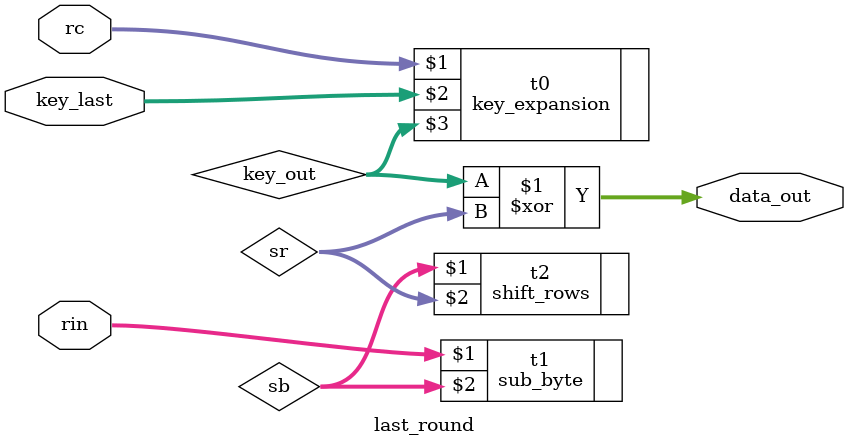
<source format=v>
`timescale 1ns / 1ps

module last_round(rc,rin,key_last,data_out);
input [3:0]rc;
input [127:0]rin;
input [127:0]key_last;
output [127:0]data_out;

wire [127:0] sb,sr,mc,key_out;
//last round of operations doesn't involve mix_columns
key_expansion t0(rc,key_last,key_out);
sub_byte t1(rin,sb);
shift_rows t2(sb,sr);
assign data_out= key_out^sr;

endmodule

</source>
